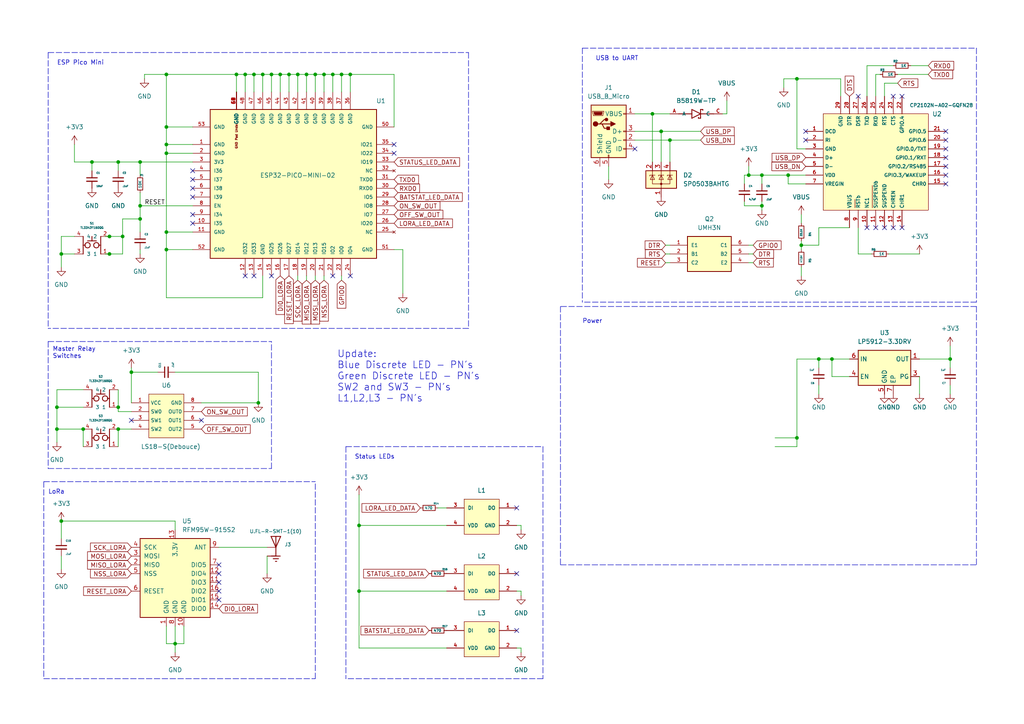
<source format=kicad_sch>
(kicad_sch (version 20211123) (generator eeschema)
  (paper "A4")
  (title_block (title "Kill Switch - Remote") (date "2023-01-18") (rev "1.0") (company "Created by: Greg Hulette") (comment 1 "- LoRa to WiFi Bridge") (comment 2 "- Buttons for Master Relay") (comment 3 "- Creates WiFi Network"))
  (junction (at 220.98 59.69))
  (junction (at 76.2 21.59))
  (junction (at 88.9 21.59))
  (junction (at 48.26 21.59))
  (junction (at 24.13 124.46))
  (junction (at 99.06 21.59))
  (junction (at 232.41 71.12))
  (junction (at 228.6 50.8))
  (junction (at 48.26 44.45))
  (junction (at 50.8 186.69))
  (junction (at 34.29 46.99))
  (junction (at 93.98 21.59))
  (junction (at 17.78 73.66))
  (junction (at 83.82 21.59))
  (junction (at 48.26 72.39))
  (junction (at 231.14 127))
  (junction (at 48.26 41.91))
  (junction (at 68.58 21.59))
  (junction (at 231.14 22.86))
  (junction (at 17.78 151.13))
  (junction (at 16.51 124.46))
  (junction (at 189.23 33.02))
  (junction (at 71.12 21.59))
  (junction (at 101.6 21.59))
  (junction (at 78.74 21.59))
  (junction (at 48.26 67.31))
  (junction (at 40.64 46.99))
  (junction (at 104.14 152.4))
  (junction (at 35.56 68.58))
  (junction (at 40.64 59.69))
  (junction (at 74.93 116.84))
  (junction (at 34.29 124.46))
  (junction (at 194.31 40.64))
  (junction (at 86.36 21.59))
  (junction (at 217.17 50.8))
  (junction (at 237.49 104.14))
  (junction (at 40.64 63.5))
  (junction (at 73.66 21.59))
  (junction (at 220.98 50.8))
  (junction (at 241.3 104.14))
  (junction (at 91.44 21.59))
  (junction (at 38.1 107.95))
  (junction (at 16.51 118.11))
  (junction (at 191.77 38.1))
  (junction (at 275.59 104.14))
  (junction (at 81.28 21.59))
  (junction (at 31.75 73.66))
  (junction (at 26.67 46.99))
  (junction (at 104.14 171.45))
  (junction (at 48.26 36.83))
  (junction (at 34.29 118.11))
  (junction (at 31.75 68.58))
  (junction (at 96.52 21.59))
  (no_connect (at 259.08 27.94))
  (no_connect (at 149.86 166.37))
  (no_connect (at 63.5 166.37))
  (no_connect (at 63.5 163.83))
  (no_connect (at 63.5 168.91))
  (no_connect (at 63.5 173.99))
  (no_connect (at 63.5 171.45))
  (no_connect (at 55.88 57.15))
  (no_connect (at 55.88 62.23))
  (no_connect (at 55.88 49.53))
  (no_connect (at 55.88 52.07))
  (no_connect (at 55.88 54.61))
  (no_connect (at 71.12 80.01))
  (no_connect (at 55.88 64.77))
  (no_connect (at 114.3 41.91))
  (no_connect (at 96.52 80.01))
  (no_connect (at 101.6 80.01))
  (no_connect (at 73.66 80.01))
  (no_connect (at 78.74 80.01))
  (no_connect (at 114.3 44.45))
  (no_connect (at 149.86 147.32))
  (no_connect (at 149.86 182.88))
  (no_connect (at 38.1 121.92))
  (no_connect (at 58.42 121.92))
  (no_connect (at 248.92 27.94))
  (no_connect (at 233.68 38.1))
  (no_connect (at 233.68 40.64))
  (no_connect (at 261.62 27.94))
  (no_connect (at 256.54 66.04))
  (no_connect (at 254 66.04))
  (no_connect (at 251.46 66.04))
  (no_connect (at 274.32 53.34))
  (no_connect (at 274.32 38.1))
  (no_connect (at 274.32 40.64))
  (no_connect (at 274.32 43.18))
  (no_connect (at 274.32 45.72))
  (no_connect (at 274.32 48.26))
  (no_connect (at 274.32 50.8))
  (no_connect (at 261.62 66.04))
  (no_connect (at 259.08 66.04))
  (no_connect (at 184.15 43.18))
  (polyline (pts (xy 135.89 15.24) (xy 135.89 95.25)))
  (polyline (pts (xy 100.33 129.54) (xy 157.48 129.54)))
  (wire (pts (xy 193.04 76.2) (xy 194.31 76.2)))
  (wire (pts (xy 16.51 113.03) (xy 16.51 118.11)))
  (wire (pts (xy 237.49 104.14) (xy 241.3 104.14)))
  (wire (pts (xy 40.64 46.99) (xy 34.29 46.99)))
  (wire (pts (xy 55.88 72.39) (xy 48.26 72.39)))
  (wire (pts (xy 215.9 58.42) (xy 215.9 59.69)))
  (wire (pts (xy 104.14 187.96) (xy 129.54 187.96)))
  (wire (pts (xy 50.8 186.69) (xy 50.8 189.23)))
  (wire (pts (xy 254 27.94) (xy 254 21.59)))
  (wire (pts (xy 231.14 104.14) (xy 237.49 104.14)))
  (wire (pts (xy 256.54 27.94) (xy 256.54 24.13)))
  (polyline (pts (xy 12.7 196.85) (xy 91.44 196.85)))
  (wire (pts (xy 34.29 118.11) (xy 34.29 119.38)))
  (wire (pts (xy 48.26 67.31) (xy 55.88 67.31)))
  (wire (pts (xy 71.12 21.59) (xy 71.12 26.67)))
  (polyline (pts (xy 13.97 99.06) (xy 78.74 99.06)))
  (polyline (pts (xy 168.91 13.97) (xy 283.21 13.97)))
  (wire (pts (xy 17.78 161.29) (xy 17.78 165.1)))
  (wire (pts (xy 220.98 53.34) (xy 220.98 50.8)))
  (wire (pts (xy 93.98 21.59) (xy 96.52 21.59)))
  (wire (pts (xy 17.78 68.58) (xy 17.78 73.66)))
  (wire (pts (xy 218.44 73.66) (xy 217.17 73.66)))
  (wire (pts (xy 40.64 59.69) (xy 40.64 63.5)))
  (wire (pts (xy 232.41 77.47) (xy 232.41 80.01)))
  (wire (pts (xy 104.14 143.51) (xy 104.14 152.4)))
  (wire (pts (xy 237.49 66.04) (xy 237.49 71.12)))
  (wire (pts (xy 209.55 33.02) (xy 210.82 33.02)))
  (wire (pts (xy 48.26 72.39) (xy 48.26 67.31)))
  (wire (pts (xy 48.26 44.45) (xy 48.26 41.91)))
  (wire (pts (xy 86.36 21.59) (xy 86.36 26.67)))
  (wire (pts (xy 48.26 21.59) (xy 48.26 36.83)))
  (wire (pts (xy 53.34 181.61) (xy 53.34 186.69)))
  (wire (pts (xy 194.31 73.66) (xy 193.04 73.66)))
  (wire (pts (xy 189.23 33.02) (xy 189.23 46.99)))
  (wire (pts (xy 16.51 118.11) (xy 24.13 118.11)))
  (polyline (pts (xy 283.21 88.9) (xy 283.21 163.83)))
  (wire (pts (xy 91.44 21.59) (xy 91.44 26.67)))
  (polyline (pts (xy 13.97 135.89) (xy 78.74 135.89)))
  (wire (pts (xy 88.9 21.59) (xy 91.44 21.59)))
  (wire (pts (xy 40.64 46.99) (xy 40.64 50.8)))
  (polyline (pts (xy 283.21 87.63) (xy 168.91 87.63)))
  (wire (pts (xy 48.26 41.91) (xy 55.88 41.91)))
  (wire (pts (xy 35.56 63.5) (xy 35.56 68.58)))
  (polyline (pts (xy 135.89 95.25) (xy 13.97 95.25)))
  (wire (pts (xy 228.6 50.8) (xy 220.98 50.8)))
  (wire (pts (xy 21.59 41.91) (xy 21.59 46.99)))
  (wire (pts (xy 151.13 153.67) (xy 151.13 152.4)))
  (wire (pts (xy 215.9 59.69) (xy 220.98 59.69)))
  (wire (pts (xy 30.48 73.66) (xy 31.75 73.66)))
  (polyline (pts (xy 91.44 196.85) (xy 91.44 139.7)))
  (wire (pts (xy 275.59 114.3) (xy 275.59 111.76)))
  (polyline (pts (xy 162.56 88.9) (xy 162.56 163.83)))
  (wire (pts (xy 264.16 19.05) (xy 269.24 19.05)))
  (wire (pts (xy 220.98 58.42) (xy 220.98 59.69)))
  (wire (pts (xy 16.51 124.46) (xy 16.51 128.27)))
  (polyline (pts (xy 12.7 139.7) (xy 91.44 139.7)))
  (wire (pts (xy 232.41 71.12) (xy 232.41 72.39)))
  (wire (pts (xy 55.88 46.99) (xy 40.64 46.99)))
  (wire (pts (xy 86.36 21.59) (xy 88.9 21.59)))
  (wire (pts (xy 26.67 46.99) (xy 21.59 46.99)))
  (wire (pts (xy 17.78 73.66) (xy 21.59 73.66)))
  (wire (pts (xy 73.66 21.59) (xy 76.2 21.59)))
  (wire (pts (xy 224.79 127) (xy 231.14 127)))
  (wire (pts (xy 151.13 171.45) (xy 149.86 171.45)))
  (polyline (pts (xy 168.91 13.97) (xy 168.91 87.63)))
  (wire (pts (xy 91.44 81.28) (xy 91.44 80.01)))
  (wire (pts (xy 83.82 21.59) (xy 86.36 21.59)))
  (wire (pts (xy 48.26 21.59) (xy 68.58 21.59)))
  (wire (pts (xy 176.53 48.26) (xy 176.53 52.07)))
  (wire (pts (xy 129.54 152.4) (xy 104.14 152.4)))
  (wire (pts (xy 71.12 21.59) (xy 73.66 21.59)))
  (wire (pts (xy 129.54 147.32) (xy 127 147.32)))
  (wire (pts (xy 77.47 161.29) (xy 77.47 166.37)))
  (wire (pts (xy 40.64 72.39) (xy 40.64 73.66)))
  (wire (pts (xy 233.68 50.8) (xy 228.6 50.8)))
  (wire (pts (xy 53.34 186.69) (xy 50.8 186.69)))
  (wire (pts (xy 246.38 109.22) (xy 241.3 109.22)))
  (wire (pts (xy 220.98 59.69) (xy 220.98 60.96)))
  (polyline (pts (xy 12.7 139.7) (xy 12.7 196.85)))
  (wire (pts (xy 17.78 151.13) (xy 17.78 156.21)))
  (wire (pts (xy 88.9 81.28) (xy 88.9 80.01)))
  (wire (pts (xy 184.15 40.64) (xy 194.31 40.64)))
  (wire (pts (xy 38.1 107.95) (xy 38.1 116.84)))
  (wire (pts (xy 227.33 22.86) (xy 227.33 25.4)))
  (wire (pts (xy 40.64 55.88) (xy 40.64 59.69)))
  (wire (pts (xy 50.8 181.61) (xy 50.8 186.69)))
  (wire (pts (xy 81.28 21.59) (xy 83.82 21.59)))
  (wire (pts (xy 38.1 106.68) (xy 38.1 107.95)))
  (wire (pts (xy 237.49 106.68) (xy 237.49 104.14)))
  (wire (pts (xy 48.26 181.61) (xy 48.26 186.69)))
  (wire (pts (xy 237.49 71.12) (xy 232.41 71.12)))
  (wire (pts (xy 266.7 104.14) (xy 275.59 104.14)))
  (wire (pts (xy 101.6 26.67) (xy 101.6 21.59)))
  (wire (pts (xy 76.2 80.01) (xy 76.2 86.36)))
  (wire (pts (xy 34.29 119.38) (xy 38.1 119.38)))
  (wire (pts (xy 50.8 107.95) (xy 74.93 107.95)))
  (wire (pts (xy 194.31 40.64) (xy 194.31 46.99)))
  (wire (pts (xy 48.26 186.69) (xy 50.8 186.69)))
  (wire (pts (xy 17.78 73.66) (xy 17.78 77.47)))
  (wire (pts (xy 210.82 29.21) (xy 210.82 33.02)))
  (wire (pts (xy 76.2 26.67) (xy 76.2 21.59)))
  (wire (pts (xy 26.67 46.99) (xy 26.67 49.53)))
  (wire (pts (xy 74.93 107.95) (xy 74.93 116.84)))
  (wire (pts (xy 217.17 76.2) (xy 218.44 76.2)))
  (wire (pts (xy 231.14 22.86) (xy 227.33 22.86)))
  (wire (pts (xy 16.51 118.11) (xy 16.51 124.46)))
  (wire (pts (xy 86.36 81.28) (xy 86.36 80.01)))
  (wire (pts (xy 96.52 21.59) (xy 96.52 26.67)))
  (wire (pts (xy 224.79 129.54) (xy 231.14 129.54)))
  (wire (pts (xy 104.14 171.45) (xy 129.54 171.45)))
  (wire (pts (xy 68.58 21.59) (xy 68.58 26.67)))
  (wire (pts (xy 151.13 187.96) (xy 149.86 187.96)))
  (wire (pts (xy 104.14 152.4) (xy 104.14 171.45)))
  (wire (pts (xy 34.29 124.46) (xy 34.29 129.54)))
  (wire (pts (xy 41.91 21.59) (xy 48.26 21.59)))
  (wire (pts (xy 241.3 104.14) (xy 246.38 104.14)))
  (wire (pts (xy 233.68 53.34) (xy 228.6 53.34)))
  (wire (pts (xy 48.26 86.36) (xy 48.26 72.39)))
  (wire (pts (xy 275.59 100.33) (xy 275.59 104.14)))
  (wire (pts (xy 34.29 46.99) (xy 34.29 49.53)))
  (polyline (pts (xy 157.48 129.54) (xy 157.48 196.85)))
  (wire (pts (xy 184.15 33.02) (xy 189.23 33.02)))
  (wire (pts (xy 99.06 21.59) (xy 101.6 21.59)))
  (wire (pts (xy 58.42 116.84) (xy 74.93 116.84)))
  (wire (pts (xy 114.3 21.59) (xy 101.6 21.59)))
  (wire (pts (xy 78.74 21.59) (xy 78.74 26.67)))
  (wire (pts (xy 35.56 63.5) (xy 40.64 63.5)))
  (polyline (pts (xy 100.33 129.54) (xy 100.33 196.85)))
  (wire (pts (xy 24.13 124.46) (xy 24.13 129.54)))
  (wire (pts (xy 96.52 21.59) (xy 99.06 21.59)))
  (wire (pts (xy 116.84 72.39) (xy 116.84 85.09)))
  (wire (pts (xy 191.77 38.1) (xy 191.77 46.99)))
  (wire (pts (xy 231.14 104.14) (xy 231.14 127)))
  (wire (pts (xy 231.14 129.54) (xy 231.14 127)))
  (wire (pts (xy 151.13 152.4) (xy 149.86 152.4)))
  (polyline (pts (xy 78.74 135.89) (xy 78.74 99.06)))
  (wire (pts (xy 233.68 43.18) (xy 231.14 43.18)))
  (polyline (pts (xy 162.56 163.83) (xy 283.21 163.83)))
  (wire (pts (xy 151.13 172.72) (xy 151.13 171.45)))
  (wire (pts (xy 81.28 21.59) (xy 81.28 26.67)))
  (wire (pts (xy 248.92 73.66) (xy 252.73 73.66)))
  (wire (pts (xy 35.56 68.58) (xy 35.56 73.66)))
  (wire (pts (xy 41.91 21.59) (xy 41.91 22.86)))
  (wire (pts (xy 104.14 171.45) (xy 104.14 187.96)))
  (wire (pts (xy 251.46 27.94) (xy 251.46 19.05)))
  (wire (pts (xy 88.9 21.59) (xy 88.9 26.67)))
  (wire (pts (xy 232.41 62.23) (xy 232.41 64.77)))
  (wire (pts (xy 254 21.59) (xy 255.27 21.59)))
  (wire (pts (xy 93.98 21.59) (xy 93.98 26.67)))
  (wire (pts (xy 31.75 68.58) (xy 35.56 68.58)))
  (wire (pts (xy 50.8 153.67) (xy 50.8 151.13)))
  (wire (pts (xy 248.92 66.04) (xy 248.92 73.66)))
  (wire (pts (xy 93.98 81.28) (xy 93.98 80.01)))
  (wire (pts (xy 151.13 189.23) (xy 151.13 187.96)))
  (wire (pts (xy 50.8 151.13) (xy 17.78 151.13)))
  (wire (pts (xy 217.17 48.26) (xy 217.17 50.8)))
  (wire (pts (xy 83.82 21.59) (xy 83.82 26.67)))
  (wire (pts (xy 40.64 59.69) (xy 55.88 59.69)))
  (wire (pts (xy 34.29 124.46) (xy 38.1 124.46)))
  (wire (pts (xy 63.5 158.75) (xy 77.47 158.75)))
  (wire (pts (xy 30.48 68.58) (xy 31.75 68.58)))
  (wire (pts (xy 17.78 68.58) (xy 21.59 68.58)))
  (polyline (pts (xy 283.21 13.97) (xy 283.21 87.63)))
  (wire (pts (xy 243.84 27.94) (xy 243.84 22.86)))
  (wire (pts (xy 232.41 69.85) (xy 232.41 71.12)))
  (wire (pts (xy 215.9 50.8) (xy 217.17 50.8)))
  (wire (pts (xy 48.26 44.45) (xy 55.88 44.45)))
  (wire (pts (xy 16.51 124.46) (xy 24.13 124.46)))
  (polyline (pts (xy 13.97 99.06) (xy 13.97 135.89)))
  (wire (pts (xy 91.44 21.59) (xy 93.98 21.59)))
  (wire (pts (xy 16.51 113.03) (xy 24.13 113.03)))
  (wire (pts (xy 217.17 50.8) (xy 220.98 50.8)))
  (wire (pts (xy 73.66 21.59) (xy 73.66 26.67)))
  (wire (pts (xy 114.3 36.83) (xy 114.3 21.59)))
  (wire (pts (xy 257.81 73.66) (xy 266.7 73.66)))
  (polyline (pts (xy 283.21 88.9) (xy 162.56 88.9)))
  (wire (pts (xy 40.64 63.5) (xy 40.64 67.31)))
  (wire (pts (xy 55.88 36.83) (xy 48.26 36.83)))
  (wire (pts (xy 189.23 33.02) (xy 194.31 33.02)))
  (wire (pts (xy 184.15 38.1) (xy 191.77 38.1)))
  (wire (pts (xy 78.74 21.59) (xy 81.28 21.59)))
  (wire (pts (xy 48.26 36.83) (xy 48.26 41.91)))
  (polyline (pts (xy 157.48 196.85) (xy 100.33 196.85)))
  (wire (pts (xy 215.9 53.34) (xy 215.9 50.8)))
  (wire (pts (xy 34.29 46.99) (xy 26.67 46.99)))
  (wire (pts (xy 260.35 21.59) (xy 269.24 21.59)))
  (wire (pts (xy 191.77 38.1) (xy 203.2 38.1)))
  (wire (pts (xy 48.26 67.31) (xy 48.26 44.45)))
  (wire (pts (xy 231.14 43.18) (xy 231.14 22.86)))
  (wire (pts (xy 76.2 21.59) (xy 78.74 21.59)))
  (wire (pts (xy 38.1 107.95) (xy 45.72 107.95)))
  (wire (pts (xy 76.2 86.36) (xy 48.26 86.36)))
  (wire (pts (xy 275.59 106.68) (xy 275.59 104.14)))
  (wire (pts (xy 256.54 24.13) (xy 260.35 24.13)))
  (wire (pts (xy 217.17 71.12) (xy 218.44 71.12)))
  (wire (pts (xy 241.3 109.22) (xy 241.3 104.14)))
  (wire (pts (xy 193.04 71.12) (xy 194.31 71.12)))
  (polyline (pts (xy 13.97 15.24) (xy 135.89 15.24)))
  (wire (pts (xy 228.6 53.34) (xy 228.6 50.8)))
  (wire (pts (xy 237.49 66.04) (xy 246.38 66.04)))
  (wire (pts (xy 237.49 111.76) (xy 237.49 114.3)))
  (wire (pts (xy 31.75 73.66) (xy 35.56 73.66)))
  (wire (pts (xy 251.46 19.05) (xy 259.08 19.05)))
  (wire (pts (xy 68.58 21.59) (xy 71.12 21.59)))
  (wire (pts (xy 243.84 22.86) (xy 231.14 22.86)))
  (wire (pts (xy 194.31 40.64) (xy 203.2 40.64)))
  (wire (pts (xy 266.7 114.3) (xy 266.7 109.22)))
  (wire (pts (xy 99.06 80.01) (xy 99.06 81.28)))
  (wire (pts (xy 99.06 21.59) (xy 99.06 26.67)))
  (wire (pts (xy 34.29 113.03) (xy 34.29 118.11)))
  (wire (pts (xy 114.3 72.39) (xy 116.84 72.39)))
  (polyline (pts (xy 13.97 15.24) (xy 13.97 95.25)))
  (text "Power" (at 168.91 93.98 0) (effects (font (size 1.27 1.27)) (justify left bottom)))
  (text "Update:\nBlue Discrete LED - PN's\nGreen Discrete LED - PN's\nSW2 and SW3 - PN's\nL1,L2,L3 - PN's" (at 97.79 116.84 0) (effects (font (size 2 2)) (justify left bottom)))
  (text "ESP Pico Mini" (at 16.51 19.05 0) (effects (font (size 1.27 1.27)) (justify left bottom)))
  (text "Master Relay \nSwitches" (at 15.24 104.14 0) (effects (font (size 1.27 1.27)) (justify left bottom)))
  (text "LoRa" (at 13.97 143.51 0) (effects (font (size 1.27 1.27)) (justify left bottom)))
  (text "Status LEDs" (at 102.87 133.35 0) (effects (font (size 1.27 1.27)) (justify left bottom)))
  (text "USB to UART" (at 172.72 17.78 0) (effects (font (size 1.27 1.27)) (justify left bottom)))
  (label "RESET" (at 41.91 59.69 0))
  (global_label "SCK_LORA" (shape input) (at 38.1 158.75 180) (property "Intersheet References" "${INTERSHEET_REFS}" (effects hide)))
  (global_label "TXD0" (shape input) (at 114.3 52.07 0) (property "Intersheet References" "${INTERSHEET_REFS}" (effects hide)))
  (global_label "TXD0" (shape input) (at 269.24 21.59 0) (property "Intersheet References" "${INTERSHEET_REFS}" (effects hide)))
  (global_label "DI0_LORA" (shape input) (at 81.28 80.01 270) (property "Intersheet References" "${INTERSHEET_REFS}" (effects hide)))
  (global_label "GPIO0" (shape input) (at 218.44 71.12 0) (property "Intersheet References" "${INTERSHEET_REFS}" (effects hide)))
  (global_label "MOSI_LORA" (shape input) (at 38.1 161.29 180) (property "Intersheet References" "${INTERSHEET_REFS}" (effects hide)))
  (global_label "NSS_LORA" (shape input) (at 38.1 166.37 180) (property "Intersheet References" "${INTERSHEET_REFS}" (effects hide)))
  (global_label "OFF_SW_OUT" (shape input) (at 114.3 62.23 0) (property "Intersheet References" "${INTERSHEET_REFS}" (effects hide)))
  (global_label "LORA_LED_DATA" (shape input) (at 114.3 64.77 0) (property "Intersheet References" "${INTERSHEET_REFS}" (effects hide)))
  (global_label "MISO_LORA" (shape input) (at 38.1 163.83 180) (property "Intersheet References" "${INTERSHEET_REFS}" (effects hide)))
  (global_label "RTS" (shape input) (at 218.44 76.2 0) (property "Intersheet References" "${INTERSHEET_REFS}" (effects hide)))
  (global_label "DTR" (shape input) (at 193.04 71.12 180) (property "Intersheet References" "${INTERSHEET_REFS}" (effects hide)))
  (global_label "GPIO0" (shape input) (at 99.06 81.28 270) (property "Intersheet References" "${INTERSHEET_REFS}" (effects hide)))
  (global_label "USB_DP" (shape input) (at 203.2 38.1 0) (property "Intersheet References" "${INTERSHEET_REFS}" (effects hide)))
  (global_label "OFF_SW_OUT" (shape input) (at 58.42 124.46 0) (property "Intersheet References" "${INTERSHEET_REFS}" (effects hide)))
  (global_label "USB_DN" (shape input) (at 233.68 48.26 180) (property "Intersheet References" "${INTERSHEET_REFS}" (effects hide)))
  (global_label "RESET_LORA" (shape input) (at 38.1 171.45 180) (property "Intersheet References" "${INTERSHEET_REFS}" (effects hide)))
  (global_label "USB_DN" (shape input) (at 203.2 40.64 0) (property "Intersheet References" "${INTERSHEET_REFS}" (effects hide)))
  (global_label "STATUS_LED_DATA" (shape input) (at 124.46 166.37 180) (property "Intersheet References" "${INTERSHEET_REFS}" (effects hide)))
  (global_label "MISO_LORA" (shape input) (at 88.9 81.28 270) (property "Intersheet References" "${INTERSHEET_REFS}" (effects hide)))
  (global_label "LORA_LED_DATA" (shape input) (at 121.92 147.32 180) (property "Intersheet References" "${INTERSHEET_REFS}" (effects hide)))
  (global_label "RTS" (shape input) (at 193.04 73.66 180) (property "Intersheet References" "${INTERSHEET_REFS}" (effects hide)))
  (global_label "RXD0" (shape input) (at 114.3 54.61 0) (property "Intersheet References" "${INTERSHEET_REFS}" (effects hide)))
  (global_label "DTR" (shape input) (at 218.44 73.66 0) (property "Intersheet References" "${INTERSHEET_REFS}" (effects hide)))
  (global_label "RESET_LORA" (shape input) (at 83.82 80.01 270) (property "Intersheet References" "${INTERSHEET_REFS}" (effects hide)))
  (global_label "STATUS_LED_DATA" (shape input) (at 114.3 46.99 0) (property "Intersheet References" "${INTERSHEET_REFS}" (effects hide)))
  (global_label "ON_SW_OUT" (shape input) (at 58.42 119.38 0) (property "Intersheet References" "${INTERSHEET_REFS}" (effects hide)))
  (global_label "BATSTAT_LED_DATA" (shape input) (at 124.46 182.88 180) (property "Intersheet References" "${INTERSHEET_REFS}" (effects hide)))
  (global_label "ON_SW_OUT" (shape input) (at 114.3 59.69 0) (property "Intersheet References" "${INTERSHEET_REFS}" (effects hide)))
  (global_label "RESET" (shape input) (at 193.04 76.2 180) (property "Intersheet References" "${INTERSHEET_REFS}" (effects hide)))
  (global_label "RXD0" (shape input) (at 269.24 19.05 0) (property "Intersheet References" "${INTERSHEET_REFS}" (effects hide)))
  (global_label "RTS" (shape input) (at 260.35 24.13 0) (property "Intersheet References" "${INTERSHEET_REFS}" (effects hide)))
  (global_label "SCK_LORA" (shape input) (at 86.36 81.28 270) (property "Intersheet References" "${INTERSHEET_REFS}" (effects hide)))
  (global_label "BATSTAT_LED_DATA" (shape input) (at 114.3 57.15 0) (property "Intersheet References" "${INTERSHEET_REFS}" (effects hide)))
  (global_label "DTS" (shape input) (at 246.38 27.94 90) (property "Intersheet References" "${INTERSHEET_REFS}" (effects hide)))
  (global_label "USB_DP" (shape input) (at 233.68 45.72 180) (property "Intersheet References" "${INTERSHEET_REFS}" (effects hide)))
  (global_label "NSS_LORA" (shape input) (at 93.98 81.28 270) (property "Intersheet References" "${INTERSHEET_REFS}" (effects hide)))
  (global_label "MOSI_LORA" (shape input) (at 91.44 81.28 270) (property "Intersheet References" "${INTERSHEET_REFS}" (effects hide)))
  (global_label "DI0_LORA" (shape input) (at 63.5 176.53 0) (property "Intersheet References" "${INTERSHEET_REFS}" (effects hide)))
  (symbol (lib_id "power:GND") (at 41.91 22.86 0) (unit 1)
    (property "Reference" "#PWR0136" (effects hide))
    (property "Value" "GND" (at 41.91 27.94 0))
  )
  (symbol (lib_id "Custom:TL3342F160QG") (at 29.21 127 0) (unit 1)
    (property "Reference" "S3" (at 29.21 120.65 0) (effects (font (size 0.6 0.6))))
    (property "Value" "TL3342F160QG" (at 29.21 121.92 0) (effects (font (size 0.6 0.6))))
    (property "Footprint" "Custom:KillSwiitch" (effects hide))
    (property "Datasheet" "https://sten-eswitch-13110800-production.s3.amazonaws.com/system/asset/product_line/data_sheet/165/TL3342.pdf" (effects hide))
    (property "MANUFACTURER" "E SWITCH" (effects hide))
    (property "Manufacturers Name" "E-Switch" (effects hide))
    (property "Manufacturers Part Number" "TL3342F160QG/TR" (effects hide))
    (property "Digikey Part Number" "EG2531CT-ND" (effects hide))
    (property "Mouser Part Number" "------" (effects hide))
    (property "LCSC" "------" (effects hide))
  )
  (symbol (lib_id "power:GND") (at 227.33 25.4 0) (unit 1)
    (property "Reference" "#PWR0108" (effects hide))
    (property "Value" "GND" (at 227.33 30.48 0))
  )
  (symbol (lib_id "LED:WS2812B-2020") (at 139.7 149.86 0) (unit 1)
    (property "Reference" "L1" (at 139.7 142.24 0))
    (property "Value" "WS2812B-2020" (effects hide))
    (property "Footprint" "LED_SMD:LED_WS2812B_PLCC4_5.0x5.0mm_P3.2mm" (effects hide))
    (property "Manufacturers Name" "Worldsemi/Adafruit" (effects hide))
    (property "Manufacturers Part Number" "WS2812B-2020/4684" (effects hide))
    (property "Digikey Part Number" "1528-4684-ND" (effects hide))
    (property "Mouser Part Number" "485-4684" (effects hide))
    (property "LCSC" "C965555" (effects hide))
  )
  (symbol (lib_id "Device:C_Small") (at 40.64 69.85 0) (unit 1)
    (property "Reference" "C3" (at 41.91 67.9513 0) (effects (font (size 0.5 0.5)) (justify left)))
    (property "Value" ".1uF" (at 41.91 71.7613 0) (effects (font (size 0.5 0.5)) (justify left)))
    (property "Footprint" "Capacitor_SMD:C_0603_1608Metric" (effects hide))
    (property "Datasheet" "https://www.we-online.com/katalog/datasheet/885012206020.pdf" (effects hide))
    (property "Manufacturers Name" "Würth Elektronik" (effects hide))
    (property "Manufacturers Part Number" "885012206020" (effects hide))
    (property "Digikey Part Number" "732-7939-1-ND" (effects hide))
    (property "Mouser Part Number" "710-885012206020 " (effects hide))
    (property "LCSC" "-----" (effects hide))
  )
  (symbol (lib_id "power:GND") (at 220.98 60.96 0) (unit 1)
    (property "Reference" "#PWR0105" (effects hide))
    (property "Value" "GND" (at 220.98 64.77 0))
  )
  (symbol (lib_id "Device:C_Small") (at 220.98 55.88 0) (unit 1)
    (property "Reference" "C5" (at 222.25 53.9813 0) (effects (font (size 0.5 0.5)) (justify left)))
    (property "Value" ".1uF" (at 222.25 57.7913 0) (effects (font (size 0.5 0.5)) (justify left)))
    (property "Footprint" "Capacitor_SMD:C_0603_1608Metric" (effects hide))
    (property "Datasheet" "https://www.we-online.com/katalog/datasheet/885012206020.pdf" (effects hide))
    (property "Manufacturers Name" "Würth Elektronik" (effects hide))
    (property "Manufacturers Part Number" "885012206020" (effects hide))
    (property "Digikey Part Number" "732-7939-1-ND" (effects hide))
    (property "Mouser Part Number" "710-885012206020 " (effects hide))
    (property "LCSC" "-----" (effects hide))
  )
  (symbol (lib_id "Device:R_Small") (at 127 182.88 270) (unit 1)
    (property "Reference" "R17" (at 128.2701 181.61 90) (effects (font (size 0.5 0.5)) (justify left)))
    (property "Value" "470" (at 125.7301 182.88 90) (effects (font (size 0.75 0.75)) (justify left)))
    (property "Footprint" "Resistor_SMD:R_0402_1005Metric" (effects hide))
    (property "Datasheet" "https://www.yageo.com/upload/media/product/productsearch/datasheet/rchip/PYu-RC_Group_51_RoHS_L_12.pdf" (effects hide))
    (property "Manufacturers Name" "YAGEO" (effects hide))
    (property "Manufacturers Part Number" "RC0402JR-13220RL" (effects hide))
    (property "Digikey Part Number" "13-RC0402JR-13220RLCT-ND" (effects hide))
    (property "Mouser Part Number" "603-RC0402JR-13220RL " (effects hide))
    (property "LCSC" "C3931306" (effects hide))
  )
  (symbol (lib_id "Regulator_Linear:LP5912-3.3DRV") (at 256.54 106.68 0) (unit 1)
    (property "Reference" "U3" (at 256.54 96.52 0))
    (property "Value" "LP5912-3.3DRV" (at 256.54 99.06 0))
    (property "Footprint" "Package_SON:WSON-6-1EP_2x2mm_P0.65mm_EP1x1.6mm_ThermalVias" (effects hide))
    (property "Datasheet" "http://www.ti.com/lit/ds/symlink/lp5912.pdf" (effects hide))
    (property "Manufacturers Name" "Texas Instruments" (effects hide))
    (property "Manufacturers Part Number" "LP5912Q3.3DRVTQ1" (effects hide))
    (property "Digikey Part Number" "296-48933-1-ND" (effects hide))
    (property "LCSC" "C2876187" (effects hide))
    (property "Mouser Part Number" "595-LP5912Q3.3DRVTQ1" (effects hide))
  )
  (symbol (lib_id "Device:R_Small") (at 127 166.37 270) (unit 1)
    (property "Reference" "R16" (at 128.2701 165.1 90) (effects (font (size 0.5 0.5)) (justify left)))
    (property "Value" "470" (at 125.7301 166.37 90) (effects (font (size 0.75 0.75)) (justify left)))
    (property "Footprint" "Resistor_SMD:R_0402_1005Metric" (effects hide))
    (property "Datasheet" "https://www.yageo.com/upload/media/product/productsearch/datasheet/rchip/PYu-RC_Group_51_RoHS_L_12.pdf" (effects hide))
    (property "Manufacturers Name" "YAGEO" (effects hide))
    (property "Manufacturers Part Number" "RC0402JR-13220RL" (effects hide))
    (property "Digikey Part Number" "13-RC0402JR-13220RLCT-ND" (effects hide))
    (property "Mouser Part Number" "603-RC0402JR-13220RL " (effects hide))
    (property "LCSC" "C3931306" (effects hide))
  )
  (symbol (lib_id "power:+3.3V") (at 104.14 143.51 0) (unit 1)
    (property "Reference" "#PWR0130" (effects hide))
    (property "Value" "+3.3V" (at 104.14 138.43 0))
  )
  (symbol (lib_id "power:GND") (at 256.54 114.3 0) (unit 1)
    (property "Reference" "#PWR0121" (effects hide))
    (property "Value" "GND" (at 256.54 118.11 0))
  )
  (symbol (lib_id "power:GND") (at 151.13 172.72 0) (unit 1)
    (property "Reference" "#PWR0128" (effects hide))
    (property "Value" "GND" (at 151.13 177.8 0))
  )
  (symbol (lib_id "power:GND") (at 191.77 57.15 0) (unit 1)
    (property "Reference" "#PWR0103" (effects hide))
    (property "Value" "GND" (at 191.77 62.23 0))
  )
  (symbol (lib_id "Custom:CP2102N-A02-GQFN28") (at 254 45.72 0) (unit 1)
    (property "Reference" "U2" (at 271.78 33.0706 0))
    (property "Value" "CP2102N-A02-GQFN28" (at 273.05 30.5307 0) (effects (font (size 1.016 1.016))))
    (property "Footprint" "Package_DFN_QFN:QFN-28-1EP_5x5mm_P0.5mm_EP3.35x3.35mm" (effects hide))
    (property "Manufacturers Name" "Silicon Labs" (effects hide))
    (property "Manufacturers Part Number" "CP2102N-A02-GQFN28" (effects hide))
    (property "Digikey Part Number" "336-5889-ND" (effects hide))
    (property "Mouser Part Number" "634-CP2102NA02GQFN28 " (effects hide))
    (property "LCSC" "C1550553" (effects hide))
  )
  (symbol (lib_id "Device:R_Small") (at 232.41 74.93 0) (unit 1)
    (property "Reference" "R5" (at 234.95 76.1999 90) (effects (font (size 0.6 0.6)) (justify left)))
    (property "Value" "47.5K" (at 232.41 76.1999 90) (effects (font (size 0.5 0.5)) (justify left)))
    (property "Footprint" "Resistor_SMD:R_0402_1005Metric" (effects hide))
    (property "Datasheet" "https://www.yageo.com/upload/media/product/productsearch/datasheet/rchip/PYu-RC_Group_51_RoHS_L_12.pdf" (effects hide))
    (property "Manufacturers Name" "YAGEO" (effects hide))
    (property "Manufacturers Part Number" "RC0402FR-0747K5L" (effects hide))
    (property "Digikey Part Number" "311-47.5KLRCT-ND" (effects hide))
    (property "Mouser Part Number" "603-RC0402FR-0747K5L " (effects hide))
    (property "LCSC" "C137974" (effects hide))
  )
  (symbol (lib_id "power:+3.3V") (at 38.1 106.68 0) (unit 1)
    (property "Reference" "#PWR0132" (effects hide))
    (property "Value" "+3.3V" (at 38.1 101.6 0))
  )
  (symbol (lib_id "power:GND") (at 50.8 189.23 0) (unit 1)
    (property "Reference" "#PWR0141" (effects hide))
    (property "Value" "GND" (at 50.8 194.31 0))
  )
  (symbol (lib_id "Power_Protection:SP0503BAHT") (at 191.77 52.07 0) (unit 1)
    (property "Reference" "D2" (at 198.12 50.7999 0) (effects (justify left)))
    (property "Value" "SP0503BAHTG" (at 198.12 53.3399 0) (effects (justify left)))
    (property "Footprint" "Package_TO_SOT_SMD:SOT-143" (effects hide))
    (property "Datasheet" "http://www.littelfuse.com/~/media/files/littelfuse/technical%20resources/documents/data%20sheets/sp05xxba.pdf" (effects hide))
    (property "Manufacturers Name" "Littelfuse Inc." (effects hide))
    (property "Manufacturers Part Number" "SP0503BAHTG" (effects hide))
    (property "Digikey Part Number" "F2715CT-ND" (effects hide))
    (property "Mouser Part Number" "576-SP0503BAHTG " (effects hide))
    (property "LCSC" "C7074" (effects hide))
  )
  (symbol (lib_id "power:GND") (at 232.41 80.01 0) (unit 1)
    (property "Reference" "#PWR0104" (effects hide))
    (property "Value" "GND" (at 232.41 85.09 0))
  )
  (symbol (lib_id "power:GND") (at 266.7 114.3 0) (unit 1)
    (property "Reference" "#PWR?" (effects hide))
    (property "Value" "GND" (at 266.7 118.11 0))
  )
  (symbol (lib_id "power:GND") (at 259.08 114.3 0) (unit 1)
    (property "Reference" "#PWR0120" (effects hide))
    (property "Value" "GND" (at 259.08 118.11 0))
  )
  (symbol (lib_id "power:GND") (at 40.64 73.66 0) (unit 1)
    (property "Reference" "#PWR0138" (effects hide))
    (property "Value" "GND" (at 40.64 78.74 0))
  )
  (symbol (lib_id "power:+3.3V") (at 17.78 151.13 0) (unit 1)
    (property "Reference" "#PWR0123" (effects hide))
    (property "Value" "+3.3V" (at 17.78 146.05 0))
  )
  (symbol (lib_id "Device:C_Small") (at 26.67 52.07 0) (unit 1)
    (property "Reference" "C1" (at 27.94 50.1713 0) (effects (font (size 0.5 0.5)) (justify left)))
    (property "Value" "10uF" (at 27.94 53.9813 0) (effects (font (size 0.5 0.5)) (justify left)))
    (property "Footprint" "Capacitor_SMD:C_0805_2012Metric" (effects hide))
    (property "Datasheet" "https://www.we-online.com/katalog/datasheet/885012107014.pdf" (effects hide))
    (property "Manufacturers Name" "Würth Elektronik" (effects hide))
    (property "Manufacturers Part Number" "885012107014" (effects hide))
    (property "Digikey Part Number" "732-7624-1-ND" (effects hide))
    (property "Mouser Part Number" "710-885012107014" (effects hide))
    (property "LCSC" "-----" (effects hide))
  )
  (symbol (lib_id "Custom:U.FL-R-SMT-1(10)") (at 80.01 158.75 0) (unit 1)
    (property "Reference" "J3" (at 82.55 157.9244 0) (effects (font (size 1 1)) (justify left)))
    (property "Value" "U.FL-R-SMT-1(10)" (at 72.39 154.1144 0) (effects (font (size 1 1)) (justify left)))
    (property "Footprint" "Custom:HRS_U.FL-R-SMT-1(10)" (effects hide))
    (property "AVAILABILITY" "Good" (effects hide))
    (property "DESCRIPTION" "U.FL Series 6 Ghz 50 Ohm Ultra-small SMT Coaxial Cable Receptacle" (effects hide))
    (property "MP" "U.FL-R-SMT-1_10_" (effects hide))
    (property "PRICE" "0.71 USD" (effects hide))
    (property "MANUFACTURER" "Hirose" (effects hide))
    (property "PACKAGE" "None" (effects hide))
    (property "STANDARD" "Manufacturer Recommendation" (effects hide))
    (property "Manufacturers Name" "Hirose Electric Co Ltd" (effects hide))
    (property "Manufacturers Part Number" "U.FL-R-SMT-1(10)" (effects hide))
    (property "Digikey Part Number" "H11891CT-ND" (effects hide))
    (property "Mouser Part Number" "798-U.FL-R-SMT-110 " (effects hide))
    (property "LCSC" "C88373" (effects hide))
  )
  (symbol (lib_id "Device:C_Small") (at 17.78 158.75 0) (unit 1)
    (property "Reference" "C10" (at 19.05 156.8513 0) (effects (font (size 0.5 0.5)) (justify left)))
    (property "Value" ".1uF" (at 19.05 160.6613 0) (effects (font (size 0.5 0.5)) (justify left)))
    (property "Footprint" "Capacitor_SMD:C_0603_1608Metric" (effects hide))
    (property "Datasheet" "https://www.we-online.com/katalog/datasheet/885012206020.pdf" (effects hide))
    (property "Manufacturers Name" "Würth Elektronik" (effects hide))
    (property "Manufacturers Part Number" "885012206020" (effects hide))
    (property "Digikey Part Number" "732-7939-1-ND" (effects hide))
    (property "Mouser Part Number" "710-885012206020 " (effects hide))
    (property "LCSC" "-----" (effects hide))
  )
  (symbol (lib_id "power:GND") (at 237.49 114.3 0) (unit 1)
    (property "Reference" "#PWR0116" (effects hide))
    (property "Value" "GND" (at 237.49 118.11 0))
  )
  (symbol (lib_id "Device:C_Small") (at 275.59 109.22 180) (unit 1)
    (property "Reference" "C7" (at 274.32 111.1187 0) (effects (font (size 0.5 0.5)) (justify left)))
    (property "Value" "1uF" (at 274.32 107.3087 0) (effects (font (size 0.5 0.5)) (justify left)))
    (property "Footprint" "Capacitor_SMD:C_0603_1608Metric" (effects hide))
    (property "Datasheet" "https://www.we-online.com/katalog/datasheet/885012206052.pdf" (effects hide))
    (property "Manufacturers Name" "Würth Elektronik" (effects hide))
    (property "Manufacturers Part Number" "885012206052" (effects hide))
    (property "Digikey Part Number" "732-7971-1-ND" (effects hide))
    (property "Mouser Part Number" "710-885012206052 " (effects hide))
    (property "LCSC" "C2170528" (effects hide))
  )
  (symbol (lib_id "Device:R_Small") (at 257.81 21.59 90) (unit 1)
    (property "Reference" "R3" (at 256.5399 20.32 90) (effects (font (size 0.6 0.6)) (justify left)))
    (property "Value" "1K" (at 259.0799 21.59 90) (effects (font (size 0.75 0.75)) (justify left)))
    (property "Footprint" "Resistor_SMD:R_0402_1005Metric" (effects hide))
    (property "Datasheet" "https://www.yageo.com/upload/media/product/productsearch/datasheet/rchip/PYu-RC_Group_51_RoHS_L_12.pdf" (effects hide))
    (property "Manufacturers Name" "YAGEO" (effects hide))
    (property "Manufacturers Part Number" "RC0402JR-071KL" (effects hide))
    (property "Digikey Part Number" "311-1.0KJRCT-ND" (effects hide))
    (property "Mouser Part Number" "603-RC0402JR-071KL " (effects hide))
    (property "LCSC" "C105637" (effects hide))
  )
  (symbol (lib_id "Custom:TL3342F160QG") (at 29.21 115.57 0) (unit 1)
    (property "Reference" "S2" (at 29.21 109.22 0) (effects (font (size 0.6 0.6))))
    (property "Value" "TL3342F160QG" (at 29.21 110.49 0) (effects (font (size 0.6 0.6))))
    (property "Footprint" "Custom:KillSwiitch" (effects hide))
    (property "Datasheet" "https://sten-eswitch-13110800-production.s3.amazonaws.com/system/asset/product_line/data_sheet/165/TL3342.pdf" (effects hide))
    (property "MANUFACTURER" "E SWITCH" (effects hide))
    (property "Manufacturers Name" "E-Switch" (effects hide))
    (property "Manufacturers Part Number" "TL3342F160QG/TR" (effects hide))
    (property "Digikey Part Number" "EG2531CT-ND" (effects hide))
    (property "Mouser Part Number" "------" (effects hide))
    (property "LCSC" "------" (effects hide))
  )
  (symbol (lib_id "power:GND") (at 275.59 114.3 0) (unit 1)
    (property "Reference" "#PWR0112" (effects hide))
    (property "Value" "GND" (at 275.59 118.11 0))
  )
  (symbol (lib_id "Device:C_Small") (at 237.49 109.22 180) (unit 1)
    (property "Reference" "C6" (at 236.22 111.1187 0) (effects (font (size 0.5 0.5)) (justify left)))
    (property "Value" "1uF" (at 236.22 107.3087 0) (effects (font (size 0.5 0.5)) (justify left)))
    (property "Footprint" "Capacitor_SMD:C_0603_1608Metric" (effects hide))
    (property "Datasheet" "https://www.we-online.com/katalog/datasheet/885012206052.pdf" (effects hide))
    (property "Manufacturers Name" "Würth Elektronik" (effects hide))
    (property "Manufacturers Part Number" "885012206052" (effects hide))
    (property "Digikey Part Number" "732-7971-1-ND" (effects hide))
    (property "Mouser Part Number" "710-885012206052 " (effects hide))
    (property "LCSC" "C2170528" (effects hide))
  )
  (symbol (lib_id "Device:R_Small") (at 255.27 73.66 90) (unit 1)
    (property "Reference" "R6" (at 253.9999 72.39 90) (effects (font (size 0.6 0.6)) (justify left)))
    (property "Value" "1K" (at 256.5399 73.66 90) (effects (font (size 0.75 0.75)) (justify left)))
    (property "Footprint" "Resistor_SMD:R_0402_1005Metric" (effects hide))
    (property "Datasheet" "https://www.yageo.com/upload/media/product/productsearch/datasheet/rchip/PYu-RC_Group_51_RoHS_L_12.pdf" (effects hide))
    (property "Manufacturers Name" "YAGEO" (effects hide))
    (property "Manufacturers Part Number" "RC0402JR-071KL" (effects hide))
    (property "Digikey Part Number" "311-1.0KJRCT-ND" (effects hide))
    (property "Mouser Part Number" "603-RC0402JR-071KL " (effects hide))
    (property "LCSC" "C105637" (effects hide))
  )
  (symbol (lib_id "power:VBUS") (at 232.41 62.23 0) (unit 1)
    (property "Reference" "#PWR0109" (effects hide))
    (property "Value" "VBUS" (at 232.41 57.15 0))
  )
  (symbol (lib_id "power:GND") (at 17.78 165.1 0) (unit 1)
    (property "Reference" "#PWR0131" (effects hide))
    (property "Value" "GND" (at 17.78 170.18 0))
  )
  (symbol (lib_id "Connector:USB_B_Micro") (at 176.53 38.1 0) (unit 1)
    (property "Reference" "J1" (at 176.53 25.4 0))
    (property "Value" "USB_B_Micro" (at 176.53 27.94 0))
    (property "Footprint" "Connector_USB:USB_Micro-B_Amphenol_10118194_Horizontal" (effects hide))
    (property "Datasheet" "https://www.amphenol-cs.com/media/wysiwyg/files/drawing/10118194.pdf" (effects hide))
    (property "Manufacturers Name" "Amphenol ICC (FCI)" (effects hide))
    (property "Manufacturers Part Number" "10118194-0001LF" (effects hide))
    (property "Digikey Part Number" "609-4618-1-ND" (effects hide))
    (property "Mouser Part Number" "649-10118194-0001LF " (effects hide))
    (property "LCSC" "C132563" (effects hide))
  )
  (symbol (lib_id "RF_Module:RFM95W-915S2") (at 50.8 166.37 0) (unit 1)
    (property "Reference" "U5" (at 52.8194 151.13 0) (effects (justify left)))
    (property "Value" "RFM95W-915S2" (at 52.8194 153.67 0) (effects (justify left)))
    (property "Footprint" "Custom:RFM95W-915S2" (effects hide))
    (property "Datasheet" "https://www.hoperf.com/data/upload/portal/20181127/5bfcbea20e9ef.pdf" (effects hide))
    (property "Manufacturers Name" "RF Solutions" (effects hide))
    (property "Manufacturers Part Number" "RFM95W-915S2" (effects hide))
    (property "Digikey Part Number" "RFM95W-915S2-ND" (effects hide))
    (property "Mouser Part Number" "223-RFM95W-915S2 " (effects hide))
    (property "LCSC" "-----" (effects hide))
  )
  (symbol (lib_id "power:GND") (at 17.78 77.47 0) (unit 1)
    (property "Reference" "#PWR0139" (effects hide))
    (property "Value" "GND" (at 17.78 82.55 0))
  )
  (symbol (lib_id "Device:C_Small") (at 34.29 52.07 0) (unit 1)
    (property "Reference" "C2" (at 35.56 50.1713 0) (effects (font (size 0.5 0.5)) (justify left)))
    (property "Value" ".1uF" (at 35.56 53.9813 0) (effects (font (size 0.5 0.5)) (justify left)))
    (property "Footprint" "Capacitor_SMD:C_0603_1608Metric" (effects hide))
    (property "Datasheet" "https://www.we-online.com/katalog/datasheet/885012206020.pdf" (effects hide))
    (property "Manufacturers Name" "Würth Elektronik" (effects hide))
    (property "Manufacturers Part Number" "885012206020" (effects hide))
    (property "Digikey Part Number" "732-7939-1-ND" (effects hide))
    (property "Mouser Part Number" "710-885012206020 " (effects hide))
    (property "LCSC" "-----" (effects hide))
  )
  (symbol (lib_id "Device:R_Small") (at 232.41 67.31 0) (unit 1)
    (property "Reference" "R4" (at 234.95 68.5799 90) (effects (font (size 0.6 0.6)) (justify left)))
    (property "Value" "22.1K" (at 232.41 68.5799 90) (effects (font (size 0.5 0.5)) (justify left)))
    (property "Footprint" "Resistor_SMD:R_0402_1005Metric" (effects hide))
    (property "Datasheet" "https://www.yageo.com/upload/media/product/productsearch/datasheet/rchip/PYu-RC_Group_51_RoHS_L_12.pdf" (effects hide))
    (property "Manufacturers Name" "YAGEO" (effects hide))
    (property "Manufacturers Part Number" "RC0402JR-0722KL" (effects hide))
    (property "Digikey Part Number" "311-22KJRCT-ND" (effects hide))
    (property "Mouser Part Number" "603-RC0402JR-0722KL " (effects hide))
    (property "LCSC" "C137898" (effects hide))
  )
  (symbol (lib_id "Custom:UMH3N") (at 194.31 71.12 0) (unit 1)
    (property "Reference" "Q2" (at 205.74 63.5 0))
    (property "Value" "UMH3N" (at 205.74 66.04 0))
    (property "Footprint" "Custom:SOT65P230X110-6N" (effects hide))
    (property "Datasheet" "https://www.mouser.com/datasheet/2/348/umh3ntn-e-1872947.pdf" (effects hide))
    (property "MANUFACTURER_PART_NUMBER" "UMH3N" (effects hide))
    (property "MANUFACTURER_NAME" "Changjiang Electronics Tech (CJ)" (effects hide))
    (property "HEIGHT" "1.1mm" (effects hide))
    (property "DESCRIPTION" "2 NPN pre-biased (Dual) 100mA 50V SC-70-6(SOT-363) Digital Transistors RoHS" (effects hide))
    (property "Manufacturers Name" "ROHM Semiconductor" (effects hide))
    (property "Manufacturers Part Number" "UMH3NTN " (effects hide))
    (property "Digikey Part Number" "UMH3NTNCT-ND" (effects hide))
    (property "Mouser Part Number" "755-UMH3NTN " (effects hide))
    (property "LCSC" "C123008" (effects hide))
  )
  (symbol (lib_id "power:GND") (at 77.47 166.37 0) (unit 1)
    (property "Reference" "#PWR0140" (effects hide))
    (property "Value" "GND" (at 77.47 171.45 0))
  )
  (symbol (lib_id "power:GND") (at 26.67 54.61 0) (unit 1)
    (property "Reference" "#PWR0134" (effects hide))
    (property "Value" "GND" (at 26.67 59.69 0))
  )
  (symbol (lib_id "Device:R_Small") (at 261.62 19.05 90) (unit 1)
    (property "Reference" "R2" (at 260.3499 17.78 90) (effects (font (size 0.6 0.6)) (justify left)))
    (property "Value" "1K" (at 262.8899 19.05 90) (effects (font (size 0.75 0.75)) (justify left)))
    (property "Footprint" "Resistor_SMD:R_0402_1005Metric" (effects hide))
    (property "Datasheet" "https://www.yageo.com/upload/media/product/productsearch/datasheet/rchip/PYu-RC_Group_51_RoHS_L_12.pdf" (effects hide))
    (property "Manufacturers Name" "YAGEO" (effects hide))
    (property "Manufacturers Part Number" "RC0402JR-071KL" (effects hide))
    (property "Digikey Part Number" "311-1.0KJRCT-ND" (effects hide))
    (property "Mouser Part Number" "603-RC0402JR-071KL " (effects hide))
    (property "LCSC" "C105637" (effects hide))
  )
  (symbol (lib_id "Custom:B5819W-TP") (at 201.93 33.02 0) (unit 1)
    (property "Reference" "D1" (at 201.93 26.67 0))
    (property "Value" "B5819W-TP" (at 201.93 29.21 0))
    (property "Footprint" "Custom:SOD3716X135N" (effects hide))
    (property "Datasheet" "https://www.mccsemi.com/pdf/Products/B5817W-B5819W(SOD-123).pdf" (effects hide))
    (property "MANUFACTURER" "Micro Commercial Components" (effects hide))
    (property "Manufacturers Name" "Micro Commercial Co" (effects hide))
    (property "Manufacturers Part Number" "B5819W-TP" (effects hide))
    (property "Digikey Part Number" "B5819W-TPMSCT-ND" (effects hide))
    (property "Mouser Part Number" "833-B5819W-TP " (effects hide))
    (property "LCSC" "C84354" (effects hide))
  )
  (symbol (lib_id "power:GND") (at 74.93 116.84 0) (unit 1)
    (property "Reference" "#PWR0127" (effects hide))
    (property "Value" "GND" (at 74.93 121.92 0))
  )
  (symbol (lib_id "power:GND") (at 116.84 85.09 0) (unit 1)
    (property "Reference" "#PWR0126" (effects hide))
    (property "Value" "GND" (at 116.84 90.17 0))
  )
  (symbol (lib_id "Custom:TL3342F160QG") (at 26.67 71.12 0) (unit 1)
    (property "Reference" "S1" (at 26.67 64.77 0) (effects (font (size 0.6 0.6))))
    (property "Value" "TL3342F160QG" (at 26.67 66.04 0) (effects (font (size 0.6 0.6))))
    (property "Footprint" "Custom:SW_TL3342F160QG" (effects hide))
    (property "Datasheet" "https://sten-eswitch-13110800-production.s3.amazonaws.com/system/asset/product_line/data_sheet/165/TL3342.pdf" (effects hide))
    (property "MANUFACTURER" "E SWITCH" (effects hide))
    (property "Manufacturers Name" "E-Switch" (effects hide))
    (property "Manufacturers Part Number" "TL3342F160QG/TR" (effects hide))
    (property "Digikey Part Number" "EG2531CT-ND" (effects hide))
    (property "Mouser Part Number" "------" (effects hide))
    (property "LCSC" "------" (effects hide))
  )
  (symbol (lib_id "power:VBUS") (at 210.82 29.21 0) (unit 1)
    (property "Reference" "#PWR0107" (effects hide))
    (property "Value" "VBUS" (at 210.82 24.13 0))
  )
  (symbol (lib_id "power:+3.3V") (at 21.59 41.91 0) (unit 1)
    (property "Reference" "#PWR0137" (effects hide))
    (property "Value" "+3.3V" (at 21.59 36.83 0))
  )
  (symbol (lib_id "power:+3.3V") (at 275.59 100.33 0) (unit 1)
    (property "Reference" "#PWR0111" (effects hide))
    (property "Value" "+3.3V" (at 275.59 95.25 0))
  )
  (symbol (lib_id "power:GND") (at 176.53 52.07 0) (unit 1)
    (property "Reference" "#PWR0101" (effects hide))
    (property "Value" "GND" (at 176.53 57.15 0))
  )
  (symbol (lib_id "power:GND") (at 16.51 128.27 0) (unit 1)
    (property "Reference" "#PWR0133" (effects hide))
    (property "Value" "GND" (at 16.51 133.35 0))
  )
  (symbol (lib_id "Custom:LS18-S(Debouce)") (at 48.26 121.92 0) (unit 1)
    (property "Reference" "U6" (at 48.26 111.76 0))
    (property "Value" "LS18-S(Debouce)" (at 49.53 129.54 0))
    (property "Footprint" "Custom:SOIC127P600X175-8N" (effects hide))
    (property "Datasheet" "https://www.logiswitch.com/wp-content/uploads/LS10-Series-ICs-Technical-Details.pdf" (effects hide))
    (property "Manufacturers Name" "LogiSwitch" (effects hide))
    (property "Manufacturers Part Number" "LS18-S" (effects hide))
    (property "Digikey Part Number" "2978-LS18-S-ND" (effects hide))
    (property "Mouser Part Number" "------" (effects hide))
    (property "LCSC" "-----" (effects hide))
  )
  (symbol (lib_id "power:GND") (at 151.13 153.67 0) (unit 1)
    (property "Reference" "#PWR0122" (effects hide))
    (property "Value" "GND" (at 151.13 158.75 0))
  )
  (symbol (lib_id "power:GND") (at 34.29 54.61 0) (unit 1)
    (property "Reference" "#PWR0135" (effects hide))
    (property "Value" "GND" (at 34.29 59.69 0))
  )
  (symbol (lib_id "power:+3.3V") (at 266.7 73.66 0) (unit 1)
    (property "Reference" "#PWR0102" (effects hide))
    (property "Value" "+3.3V" (at 266.7 68.58 0))
  )
  (symbol (lib_id "Custom:ESP32-PICO-MINI-02") (at 86.36 52.07 0) (unit 1)
    (property "Reference" "U1" (at 110.49 29.2606 0))
    (property "Value" "ESP32-PICO-MINI-02" (at 86.36 50.8506 0))
    (property "Footprint" "Custom:MODULE_ESP32-PICO-MINI-02" (effects hide))
    (property "Datasheet" "https://www.espressif.com/sites/default/files/documentation/esp32-pico-mini-02_datasheet_en.pdf" (effects hide))
    (property "STANDARD" "Manufacturer Recommendations" (effects hide))
    (property "MAXIMUM_PACKAGE_HEIGHT" "2.55mm" (effects hide))
    (property "MANUFACTURER" "Espressif" (effects hide))
    (property "PARTREV" "v1.0" (effects hide))
    (property "Manufacturers Name" "Espressif Systems" (effects hide))
    (property "Manufacturers Part Number" "ESP32-PICO-MINI-02-N8R2" (effects hide))
    (property "Digikey Part Number" "1965-ESP32-PICO-MINI-02-N8R2CT-ND" (effects hide))
    (property "Mouser Part Number" "356-ESP32PCOMN2PH3Q0" (effects hide))
    (property "LCSC" "C2980306" (effects hide))
  )
  (symbol (lib_id "LED:WS2812B-2020") (at 139.7 168.91 0) (unit 1)
    (property "Reference" "L2" (at 139.7 161.29 0))
    (property "Value" "WS2812B-2020" (effects hide))
    (property "Footprint" "LED_SMD:LED_WS2812B_PLCC4_5.0x5.0mm_P3.2mm" (effects hide))
    (property "Manufacturers Name" "Worldsemi/Adafruit" (effects hide))
    (property "Manufacturers Part Number" "WS2812B-2020/4684" (effects hide))
    (property "Digikey Part Number" "1528-4684-ND" (effects hide))
    (property "Mouser Part Number" "485-4684" (effects hide))
    (property "LCSC" "C965555" (effects hide))
  )
  (symbol (lib_id "Device:C_Small") (at 48.26 107.95 90) (unit 1)
    (property "Reference" "C11" (at 46.3613 106.68 0) (effects (font (size 0.5 0.5)) (justify left)))
    (property "Value" ".1uF" (at 50.1713 106.68 0) (effects (font (size 0.5 0.5)) (justify left)))
    (property "Footprint" "Capacitor_SMD:C_0603_1608Metric" (effects hide))
    (property "Datasheet" "https://www.we-online.com/katalog/datasheet/885012206020.pdf" (effects hide))
    (property "Manufacturers Name" "Würth Elektronik" (effects hide))
    (property "Manufacturers Part Number" "885012206020" (effects hide))
    (property "Digikey Part Number" "732-7939-1-ND" (effects hide))
    (property "Mouser Part Number" "710-885012206020 " (effects hide))
    (property "LCSC" "-----" (effects hide))
  )
  (symbol (lib_id "power:+3.3V") (at 217.17 48.26 0) (unit 1)
    (property "Reference" "#PWR0106" (effects hide))
    (property "Value" "+3.3V" (at 217.17 43.18 0))
  )
  (symbol (lib_id "Device:R_Small") (at 124.46 147.32 270) (unit 1)
    (property "Reference" "R14" (at 125.7301 146.05 90) (effects (font (size 0.5 0.5)) (justify left)))
    (property "Value" "470" (at 123.1901 147.32 90) (effects (font (size 0.75 0.75)) (justify left)))
    (property "Footprint" "Resistor_SMD:R_0402_1005Metric" (effects hide))
    (property "Datasheet" "https://www.yageo.com/upload/media/product/productsearch/datasheet/rchip/PYu-RC_Group_51_RoHS_L_12.pdf" (effects hide))
    (property "Manufacturers Name" "YAGEO" (effects hide))
    (property "Manufacturers Part Number" "RC0402JR-13220RL" (effects hide))
    (property "Digikey Part Number" "13-RC0402JR-13220RLCT-ND" (effects hide))
    (property "Mouser Part Number" "603-RC0402JR-13220RL " (effects hide))
    (property "LCSC" "C3931306" (effects hide))
  )
  (symbol (lib_id "Device:R_Small") (at 40.64 53.34 0) (unit 1)
    (property "Reference" "R1" (at 40.64 50.7999 0) (effects (font (size 0.5 0.5)) (justify left)))
    (property "Value" "10K" (at 40.64 54.6099 90) (effects (font (size 0.75 0.75)) (justify left)))
    (property "Footprint" "Resistor_SMD:R_0402_1005Metric" (effects hide))
    (property "Datasheet" "https://www.yageo.com/upload/media/product/productsearch/datasheet/rchip/PYu-RC_Group_51_RoHS_L_12.pdf" (effects hide))
    (property "Manufacturers Name" "YAGEO" (effects hide))
    (property "Manufacturers Part Number" "RC0402JR-0710KL" (effects hide))
    (property "Digikey Part Number" "311-10KJRCT-ND" (effects hide))
    (property "Mouser Part Number" "603-RC0402JR-0710KL " (effects hide))
    (property "LCSC" "C60489" (effects hide))
  )
  (symbol (lib_id "LED:WS2812B-2020") (at 139.7 185.42 0) (unit 1)
    (property "Reference" "L3" (at 139.7 177.8 0))
    (property "Value" "WS2812B-2020" (effects hide))
    (property "Footprint" "LED_SMD:LED_WS2812B_PLCC4_5.0x5.0mm_P3.2mm" (effects hide))
    (property "Manufacturers Name" "Worldsemi/Adafruit" (effects hide))
    (property "Manufacturers Part Number" "WS2812B-2020/4684" (effects hide))
    (property "Digikey Part Number" "1528-4684-ND" (effects hide))
    (property "Mouser Part Number" "485-4684" (effects hide))
    (property "LCSC" "C965555" (effects hide))
  )
  (symbol (lib_id "power:GND") (at 151.13 189.23 0) (unit 1)
    (property "Reference" "#PWR0129" (effects hide))
    (property "Value" "GND" (at 151.13 194.31 0))
  )
  (symbol (lib_id "Device:C_Small") (at 215.9 55.88 0) (unit 1)
    (property "Reference" "C4" (at 217.17 53.9813 0) (effects (font (size 0.5 0.5)) (justify left)))
    (property "Value" "4.7uF" (at 217.17 57.7913 0) (effects (font (size 0.5 0.5)) (justify left)))
    (property "Footprint" "Capacitor_SMD:C_0603_1608Metric" (effects hide))
    (property "Datasheet" "https://www.we-online.com/katalog/datasheet/885012106005.pdf" (effects hide))
    (property "Manufacturers Name" "Würth Elektronik" (effects hide))
    (property "Manufacturers Part Number" "885012106005" (effects hide))
    (property "Digikey Part Number" "732-7902-1-ND" (effects hide))
    (property "Mouser Part Number" "710-885012106005 " (effects hide))
    (property "LCSC" "-----" (effects hide))
  )
)
</source>
